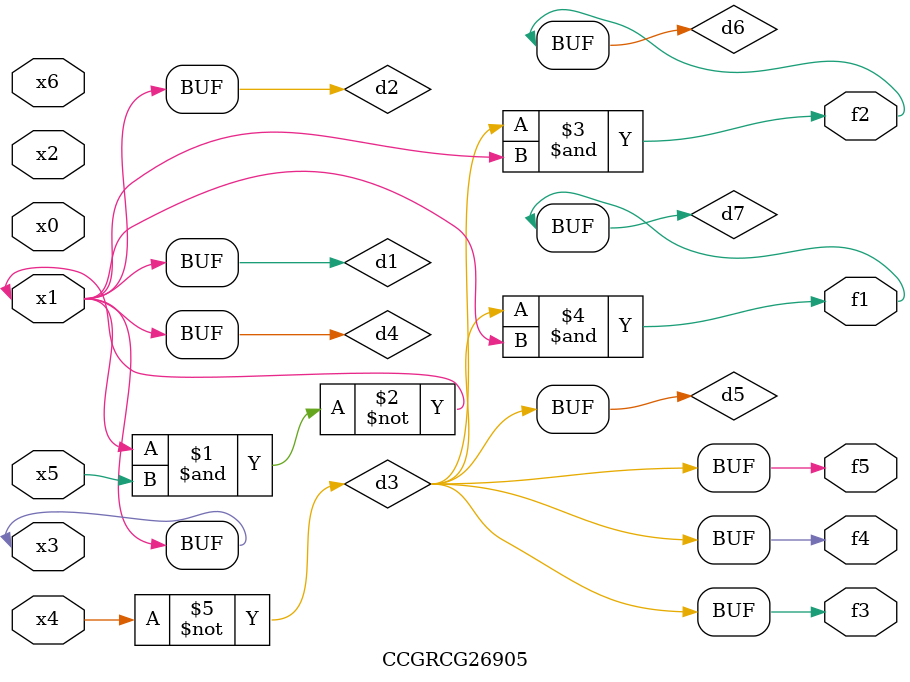
<source format=v>
module CCGRCG26905(
	input x0, x1, x2, x3, x4, x5, x6,
	output f1, f2, f3, f4, f5
);

	wire d1, d2, d3, d4, d5, d6, d7;

	buf (d1, x1, x3);
	nand (d2, x1, x5);
	not (d3, x4);
	buf (d4, d1, d2);
	buf (d5, d3);
	and (d6, d3, d4);
	and (d7, d3, d4);
	assign f1 = d7;
	assign f2 = d6;
	assign f3 = d5;
	assign f4 = d5;
	assign f5 = d5;
endmodule

</source>
